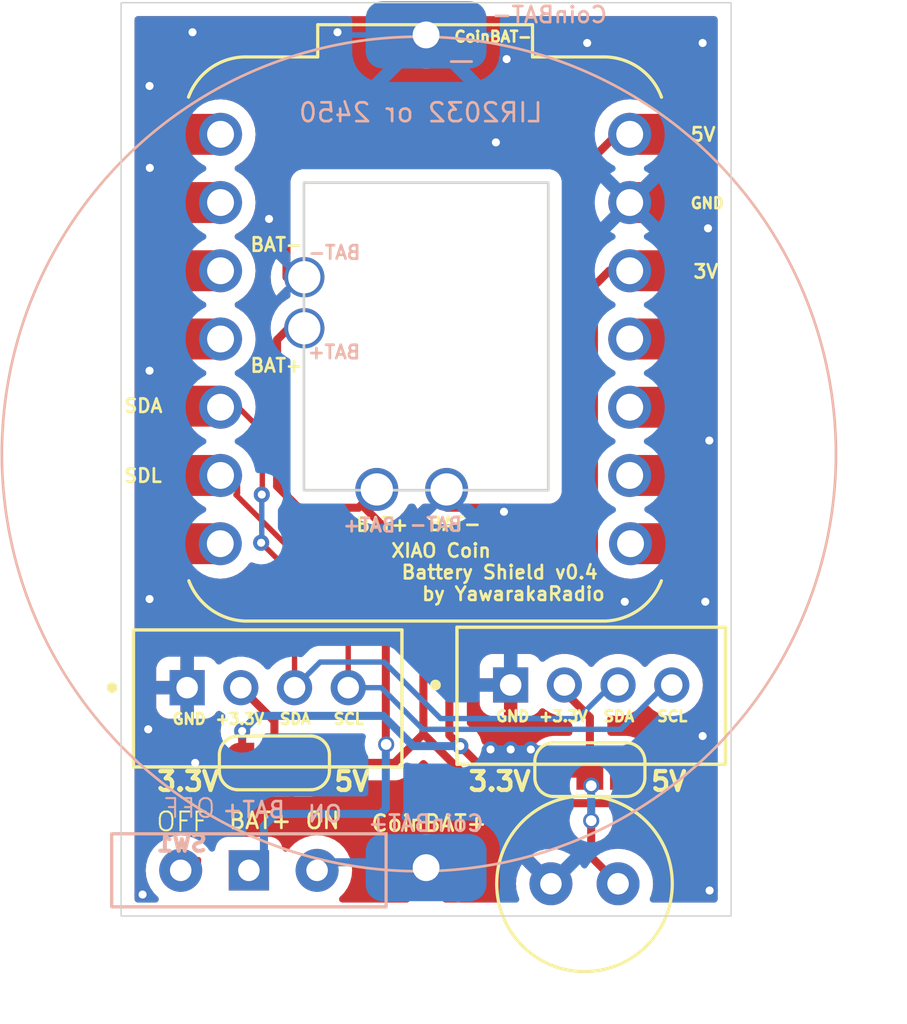
<source format=kicad_pcb>
(kicad_pcb (version 20240108) (generator "pcbnew") (generator_version "8.0")
  (layers (0 "F.Cu" signal) (31 "B.Cu" signal) (34 "B.Paste" user) (35 "F.Paste" user) (36 "B.SilkS" user "B.Silkscreen") (37 "F.SilkS" user "F.Silkscreen") (38 "B.Mask" user) (39 "F.Mask" user) (44 "Edge.Cuts" user))
  (net 0 "")
  (net 9 "GND")
  (net 10 "/SCL")
  (net 11 "/SDA")
  (net 13 "Net-(D1-K)")
  (net 14 "/+3.3V")
  (net 15 "/+5V")
  (net 16 "/Grove1_Vcc")
  (net 17 "/Grove2_Vcc")
  (net 18 "Net-(SW1-B)")
  (net 19 "/CoinBat+")
  (net 20 "unconnected-(SW1-A-Pad3)")
  (footprint "M5_ToF_XIAO_ESP32C3:SEEED_110990030" (layer "F.Cu") (at 156.7 93.2)
    (property "Reference" "J2" (hide yes))
    (property "Value" "110990030__Grove")
    (fp_line (start -5 -2.15) (end 5 -2.15) (stroke (width 0.127)) (layer "F.SilkS"))
    (fp_line (start -5 2.95) (end -5 -2.15) (stroke (width 0.127)) (layer "F.SilkS"))
    (fp_line (start 5 -2.15) (end 5 2.95) (stroke (width 0.127)) (layer "F.SilkS"))
    (fp_line (start 5 2.95) (end -5 2.95) (stroke (width 0.127)) (layer "F.SilkS"))
    (fp_circle (center -5.8 0) (end -5.7 0) (stroke (width 0.2)) (fill none) (layer "F.SilkS"))
    (fp_text user "SCL" (at 2.4 1.4 0) (layer "F.SilkS") (effects (font (size 0.4 0.4) (thickness 0.1)) (justify left bottom)))
    (fp_text user "GND" (at -3.6 1.4 0) (layer "F.SilkS") (effects (font (size 0.4 0.4) (thickness 0.1)) (justify left bottom)))
    (fp_text user "+3.3V" (at -2 1.4 0) (layer "F.SilkS") (effects (font (size 0.4 0.4) (thickness 0.1)) (justify left bottom)))
    (fp_text user "SDA" (at 0.4 1.4 0) (layer "F.SilkS") (effects (font (size 0.4 0.4) (thickness 0.1)) (justify left bottom)))
    (pad "1" thru_hole rect (at -3 0) (size 1.308 1.308) (drill 0.8) (layers "*.Cu" "*.Mask") (net 9 "GND"))
    (pad "2" thru_hole circle (at -1 0) (size 1.308 1.308) (drill 0.8) (layers "*.Cu" "*.Mask") (net 17 "/Grove2_Vcc"))
    (pad "3" thru_hole circle (at 1 0) (size 1.308 1.308) (drill 0.8) (layers "*.Cu" "*.Mask") (net 11 "/SDA"))
    (pad "4" thru_hole circle (at 3 0) (size 1.308 1.308) (drill 0.8) (layers "*.Cu" "*.Mask") (net 10 "/SCL"))
  )
  (footprint "Jumper:SolderJumper-3_P1.3mm_Bridged12_RoundedPad1.0x1.5mm_NumberLabels" (layer "F.Cu") (at 156.95 96)
    (property "Reference" "JP2" (hide yes))
    (property "Value" "SolderJumper_3_Bridged12")
    (fp_poly (pts (xy -0.9 -0.3) (xy -0.4 -0.3) (xy -0.4 0.3) (xy -0.9 0.3)) (fill solid) (layer "F.Cu"))
    (fp_line (start -2.05 0.3) (end -2.05 -0.3) (stroke (width 0.12)) (layer "F.SilkS"))
    (fp_line (start -1.4 -1) (end 1.4 -1) (stroke (width 0.12)) (layer "F.SilkS"))
    (fp_line (start 1.4 1) (end -1.4 1) (stroke (width 0.12)) (layer "F.SilkS"))
    (fp_line (start 2.05 -0.3) (end 2.05 0.3) (stroke (width 0.12)) (layer "F.SilkS"))
    (fp_arc (start -2.05 -0.3) (mid -1.844975 -0.794975) (end -1.35 -1) (stroke (width 0.12)) (layer "F.SilkS"))
    (fp_arc (start -1.35 1) (mid -1.844975 0.794975) (end -2.05 0.3) (stroke (width 0.12)) (layer "F.SilkS"))
    (fp_arc (start 1.35 -1) (mid 1.844975 -0.794975) (end 2.05 -0.3) (stroke (width 0.12)) (layer "F.SilkS"))
    (fp_arc (start 2.05 0.3) (mid 1.844975 0.794975) (end 1.35 1) (stroke (width 0.12)) (layer "F.SilkS"))
    (pad "1" smd custom (at -1.3 0) (size 1 0.5) (layers "F.Cu" "F.Mask") (net 14 "/+3.3V") (options (clearance outline) (anchor rect)) (primitives (gr_poly (pts (xy 0.55 0.75) (xy 0 0.75) (xy 0 -0.75) (xy 0.55 -0.75)) (width 0) (fill yes)) (gr_circle (center 0 0.25) (end 0.5 0.25) (width 0) (fill yes)) (gr_circle (center 0 -0.25) (end 0.5 -0.25) (width 0) (fill yes))))
    (pad "2" smd rect (at 0 0) (size 1 1.5) (layers "F.Cu" "F.Mask") (net 17 "/Grove2_Vcc"))
    (pad "3" smd custom (at 1.3 0) (size 1 0.5) (layers "F.Cu" "F.Mask") (net 15 "/+5V") (options (clearance outline) (anchor rect)) (primitives (gr_circle (center 0 0.25) (end 0.5 0.25) (width 0) (fill yes)) (gr_circle (center 0 -0.25) (end 0.5 -0.25) (width 0) (fill yes)) (gr_poly (pts (xy 0 0.75) (xy -0.55 0.75) (xy -0.55 -0.75) (xy 0 -0.75)) (width 0) (fill yes))))
  )
  (footprint "Capacitor_THT:C_Radial_D6.3mm_H7.0mm_P2.50mm" (layer "F.Cu") (at 167.25 100.5)
    (property "Reference" "C1" (hide yes))
    (property "Value" "C")
    (fp_circle (center 1.25 0) (end 4.52 0) (stroke (width 0.12)) (fill none) (layer "F.SilkS"))
    (pad "1" thru_hole circle (at 0 0) (size 1.6 1.6) (drill 0.8) (layers "*.Cu" "*.Mask") (net 9 "GND"))
    (pad "2" thru_hole circle (at 2.5 0) (size 1.6 1.6) (drill 0.8) (layers "*.Cu" "*.Mask") (net 16 "/Grove1_Vcc"))
  )
  (footprint "M5_ToF_XIAO_ESP32C3:SEEED_110990030" (layer "F.Cu") (at 168.75 93.1)
    (property "Reference" "J1" (hide yes))
    (property "Value" "110990030__Grove")
    (fp_line (start -5 -2.15) (end 5 -2.15) (stroke (width 0.127)) (layer "F.SilkS"))
    (fp_line (start -5 2.95) (end -5 -2.15) (stroke (width 0.127)) (layer "F.SilkS"))
    (fp_line (start 5 -2.15) (end 5 2.95) (stroke (width 0.127)) (layer "F.SilkS"))
    (fp_line (start 5 2.95) (end -5 2.95) (stroke (width 0.127)) (layer "F.SilkS"))
    (fp_circle (center -5.8 0) (end -5.7 0) (stroke (width 0.2)) (fill none) (layer "F.SilkS"))
    (fp_text user "SDA" (at 0.4 1.4 0) (layer "F.SilkS") (effects (font (size 0.4 0.4) (thickness 0.1)) (justify left bottom)))
    (fp_text user "+3.3V" (at -2 1.4 0) (layer "F.SilkS") (effects (font (size 0.4 0.4) (thickness 0.1)) (justify left bottom)))
    (fp_text user "GND" (at -3.6 1.4 0) (layer "F.SilkS") (effects (font (size 0.4 0.4) (thickness 0.1)) (justify left bottom)))
    (fp_text user "SCL" (at 2.4 1.4 0) (layer "F.SilkS") (effects (font (size 0.4 0.4) (thickness 0.1)) (justify left bottom)))
    (pad "1" thru_hole rect (at -3 0) (size 1.308 1.308) (drill 0.8) (layers "*.Cu" "*.Mask") (net 9 "GND"))
    (pad "2" thru_hole circle (at -1 0) (size 1.308 1.308) (drill 0.8) (layers "*.Cu" "*.Mask") (net 16 "/Grove1_Vcc"))
    (pad "3" thru_hole circle (at 1 0) (size 1.308 1.308) (drill 0.8) (layers "*.Cu" "*.Mask") (net 11 "/SDA"))
    (pad "4" thru_hole circle (at 3 0) (size 1.308 1.308) (drill 0.8) (layers "*.Cu" "*.Mask") (net 10 "/SCL"))
  )
  (footprint "Jumper:SolderJumper-3_P1.3mm_Bridged12_RoundedPad1.0x1.5mm_NumberLabels" (layer "F.Cu") (at 168.7 96.25)
    (property "Reference" "JP1" (hide yes))
    (property "Value" "SolderJumper_3_Bridged12")
    (fp_poly (pts (xy -0.9 -0.3) (xy -0.4 -0.3) (xy -0.4 0.3) (xy -0.9 0.3)) (fill solid) (layer "F.Cu"))
    (fp_line (start -2.05 0.3) (end -2.05 -0.3) (stroke (width 0.12)) (layer "F.SilkS"))
    (fp_line (start -1.4 -1) (end 1.4 -1) (stroke (width 0.12)) (layer "F.SilkS"))
    (fp_line (start 1.4 1) (end -1.4 1) (stroke (width 0.12)) (layer "F.SilkS"))
    (fp_line (start 2.05 -0.3) (end 2.05 0.3) (stroke (width 0.12)) (layer "F.SilkS"))
    (fp_arc (start -2.05 -0.3) (mid -1.844975 -0.794975) (end -1.35 -1) (stroke (width 0.12)) (layer "F.SilkS"))
    (fp_arc (start -1.35 1) (mid -1.844975 0.794975) (end -2.05 0.3) (stroke (width 0.12)) (layer "F.SilkS"))
    (fp_arc (start 1.35 -1) (mid 1.844975 -0.794975) (end 2.05 -0.3) (stroke (width 0.12)) (layer "F.SilkS"))
    (fp_arc (start 2.05 0.3) (mid 1.844975 0.794975) (end 1.35 1) (stroke (width 0.12)) (layer "F.SilkS"))
    (pad "1" smd custom (at -1.3 0) (size 1 0.5) (layers "F.Cu" "F.Mask") (net 14 "/+3.3V") (options (clearance outline) (anchor rect)) (primitives (gr_poly (pts (xy 0.55 0.75) (xy 0 0.75) (xy 0 -0.75) (xy 0.55 -0.75)) (width 0) (fill yes)) (gr_circle (center 0 0.25) (end 0.5 0.25) (width 0) (fill yes)) (gr_circle (center 0 -0.25) (end 0.5 -0.25) (width 0) (fill yes))))
    (pad "2" smd rect (at 0 0) (size 1 1.5) (layers "F.Cu" "F.Mask") (net 16 "/Grove1_Vcc"))
    (pad "3" smd custom (at 1.3 0) (size 1 0.5) (layers "F.Cu" "F.Mask") (net 15 "/+5V") (options (clearance outline) (anchor rect)) (primitives (gr_circle (center 0 0.25) (end 0.5 0.25) (width 0) (fill yes)) (gr_circle (center 0 -0.25) (end 0.5 -0.25) (width 0) (fill yes)) (gr_poly (pts (xy 0 0.75) (xy -0.55 0.75) (xy -0.55 -0.75) (xy 0 -0.75)) (width 0) (fill yes))))
  )
  (footprint "M5_ToF_XIAO_ESP32C3:XIAO_Seeed_ESP32C3_C6_BatteryHolder_v2.1" (layer "F.Cu") (at 162.564 80.22)
    (property "Reference" "U1" (hide yes))
    (property "Value" "XIAO-ESP32C3_C6" (hide yes))
    (fp_line (start -6.7 10.5) (end 6.7 10.5) (stroke (width 0.12)) (layer "F.SilkS"))
    (fp_line (start -4 -11.7) (end 4 -11.7) (stroke (width 0.12)) (layer "F.SilkS"))
    (fp_line (start -4 -10.5) (end -6.6 -10.5) (stroke (width 0.12)) (layer "F.SilkS"))
    (fp_line (start -4 -10.5) (end -4 -11.7) (stroke (width 0.12)) (layer "F.SilkS"))
    (fp_line (start 4 -11.7) (end 4 -10.5) (stroke (width 0.12)) (layer "F.SilkS"))
    (fp_line (start 6.6 -10.5) (end 4 -10.5) (stroke (width 0.12)) (layer "F.SilkS"))
    (fp_arc (start -8.812892 -9.00468) (mid -7.949609 -10.111769) (end -6.600468 -10.499999) (stroke (width 0.12)) (layer "F.SilkS"))
    (fp_arc (start -6.7 10.5) (mid -7.977232 10.068125) (end -8.8 9) (stroke (width 0.12)) (layer "F.SilkS"))
    (fp_arc (start 6.6 -10.499999) (mid 7.944325 -10.107115) (end 8.804034 -9.001464) (stroke (width 0.12)) (layer "F.SilkS"))
    (fp_arc (start 8.8 9) (mid 7.977233 10.068126) (end 6.7 10.5) (stroke (width 0.12)) (layer "F.SilkS"))
    (fp_text user "BAT+" (at -1.05 7.225 0) (layer "B.SilkS") (effects (font (size 0.5 0.5) (thickness 0.1)) (justify left bottom mirror)))
    (fp_text user "BAT-" (at 1.425 7.2 0) (layer "B.SilkS") (effects (font (size 0.5 0.5) (thickness 0.1)) (justify left bottom mirror)))
    (fp_text user "BAT+" (at -2.364 0.78 0) (layer "B.SilkS") (effects (font (size 0.5 0.5) (thickness 0.1)) (justify left bottom mirror)))
    (fp_text user "BAT-" (at -2.35 -2.925 0) (layer "B.SilkS") (effects (font (size 0.5 0.5) (thickness 0.1)) (justify left bottom mirror)))
    (fp_text user "BAT+" (at -2.625 7.2 0) (layer "F.SilkS") (effects (font (size 0.5 0.5) (thickness 0.1)) (justify left bottom)))
    (fp_text user "BAT-" (at 0.075 7.175 0) (layer "F.SilkS") (effects (font (size 0.5 0.5) (thickness 0.1)) (justify left bottom)))
    (fp_text user "BAT-" (at -6.564 -3.22 0) (layer "F.SilkS") (effects (font (size 0.5 0.5) (thickness 0.1)) (justify left bottom)))
    (fp_text user "BAT+" (at -6.564 1.28 0) (layer "F.SilkS") (effects (font (size 0.5 0.5) (thickness 0.1)) (justify left bottom)))
    (pad "" smd roundrect (at -8.43 -7.62) (size 2.286 1.524) (layers "F.Cu" "F.Paste" "F.Mask"))
    (pad "" smd roundrect (at -8.43 -5.08) (size 2.286 1.524) (layers "F.Cu" "F.Paste" "F.Mask"))
    (pad "" smd roundrect (at -8.43 -2.54) (size 2.286 1.524) (layers "F.Cu" "F.Paste" "F.Mask"))
    (pad "" smd roundrect (at -8.43 5.08) (size 2.286 1.524) (layers "F.Cu" "F.Paste" "F.Mask"))
    (pad "" smd roundrect (at -8.43 7.62) (size 2.286 1.524) (layers "F.Cu" "F.Paste" "F.Mask"))
    (pad "" smd roundrect (at -8.4 0) (size 2.286 1.524) (layers "F.Cu" "F.Paste" "F.Mask"))
    (pad "" smd roundrect (at -8.4 2.5) (size 2.286 1.524) (layers "F.Cu" "F.Paste" "F.Mask"))
    (pad "" smd roundrect (at 8.636 -7.62) (size 2.286 1.524) (layers "F.Cu" "F.Paste" "F.Mask"))
    (pad "" smd roundrect (at 8.636 -5.08) (size 2.286 1.524) (layers "F.Cu" "F.Paste" "F.Mask"))
    (pad "" smd roundrect (at 8.636 -2.54) (size 2.286 1.524) (layers "F.Cu" "F.Paste" "F.Mask"))
    (pad "" smd roundrect (at 8.636 0) (size 2.286 1.524) (layers "F.Cu" "F.Paste" "F.Mask"))
    (pad "" smd roundrect (at 8.636 2.54) (size 2.286 1.524) (layers "F.Cu" "F.Paste" "F.Mask"))
    (pad "" smd roundrect (at 8.636 5.08) (size 2.286 1.524) (layers "F.Cu" "F.Paste" "F.Mask"))
    (pad "" smd roundrect (at 8.636 7.62) (size 2.286 1.524) (layers "F.Cu" "F.Paste" "F.Mask"))
    (pad "1" thru_hole circle (at -7.62 -7.62) (size 1.6 1.6) (drill 1) (layers "*.Cu" "*.Mask"))
    (pad "2" thru_hole circle (at -7.62 -5.08) (size 1.6 1.6) (drill 1) (layers "*.Cu" "*.Mask"))
    (pad "3" thru_hole circle (at -7.62 -2.54) (size 1.6 1.6) (drill 1) (layers "*.Cu" "*.Mask"))
    (pad "4" thru_hole circle (at -7.62 0) (size 1.6 1.6) (drill 1) (layers "*.Cu" "*.Mask"))
    (pad "5" thru_hole circle (at -7.62 2.54) (size 1.6 1.6) (drill 1) (layers "*.Cu" "*.Mask") (net 11 "/SDA"))
    (pad "6" thru_hole circle (at -7.62 5.08) (size 1.6 1.6) (drill 1) (layers "*.Cu" "*.Mask") (net 10 "/SCL"))
    (pad "7" thru_hole circle (at -7.63 7.62) (size 1.6 1.6) (drill 1) (layers "*.Cu" "*.Mask"))
    (pad "8" thru_hole circle (at 7.65 7.62) (size 1.6 1.6) (drill 1) (layers "*.Cu" "*.Mask"))
    (pad "9" thru_hole circle (at 7.62 5.08) (size 1.6 1.6) (drill 1) (layers "*.Cu" "*.Mask"))
    (pad "10" thru_hole circle (at 7.62 2.54) (size 1.6 1.6) (drill 1) (layers "*.Cu" "*.Mask"))
    (pad "11" thru_hole circle (at 7.62 0) (size 1.6 1.6) (drill 1) (layers "*.Cu" "*.Mask"))
    (pad "12" thru_hole circle (at 7.62 -2.54) (size 1.6 1.6) (drill 1) (layers "*.Cu" "*.Mask") (net 14 "/+3.3V"))
    (pad "13" thru_hole circle (at 7.62 -5.08) (size 1.6 1.6) (drill 1) (layers "*.Cu" "*.Mask") (net 9 "GND"))
    (pad "14" thru_hole circle (at 7.62 -7.62) (size 1.6 1.6) (drill 1) (layers "*.Cu" "*.Mask") (net 15 "/+5V"))
    (pad "16" thru_hole circle (at -4.5 -2.3) (size 1.5 1.5) (drill 1.2) (layers "*.Cu" "*.Mask") (net 9 "GND"))
    (pad "17" thru_hole circle (at -4.5 -0.4) (size 1.5 1.5) (drill 1.2) (layers "*.Cu" "*.Mask") (net 18 "Net-(SW1-B)"))
    (pad "26" thru_hole circle (at -1.8 5.6) (size 1.6 1.6) (drill 1.2) (layers "*.Cu" "*.Mask") (net 18 "Net-(SW1-B)"))
    (pad "27" thru_hole circle (at 0.8 5.6) (size 1.6 1.6) (drill 1.2) (layers "*.Cu" "*.Mask") (net 9 "GND"))
  )
  (footprint "Button_Switch_THT:SW_Slide-03_Wuerth-WS-SLTV_10x2.5x6.4_P2.54mm" (layer "B.Cu") (at 156 100 180)
    (property "Reference" "SW1" (at 2.5 1 0) (layer "B.SilkS") (effects (font (size 0.6 0.6)) (justify mirror)))
    (property "Value" "MK-12D13G4-B")
    (fp_rect (start -5.11 1.36) (end 5.11 -1.36) (stroke (width 0.12)) (fill none) (layer "B.SilkS"))
    (pad "1" thru_hole rect (at 0 0 180) (size 1.5 1.5) (drill 0.8) (layers "*.Cu" "*.Mask") (net 18 "Net-(SW1-B)"))
    (pad "2" thru_hole circle (at -2.54 0 180) (size 1.6 1.6) (drill 0.8) (layers "*.Cu" "*.Mask") (net 19 "/CoinBat+"))
    (pad "3" thru_hole circle (at 2.54 0 180) (size 1.6 1.6) (drill 0.8) (layers "*.Cu" "*.Mask") (net 20 "unconnected-(SW1-A-Pad3)"))
  )
  (footprint "M5_ToF_XIAO_ESP32C3:2450_MYOUNG BS-24-B4AK014" (layer "B.Cu") (at 162.6 99.9 180)
    (property "Reference" "C4" (hide yes))
    (property "Value" "C" (hide yes))
    (fp_circle (center 0.26681 15.4) (end 13.06681 24.2) (stroke (width 0.1)) (fill none) (layer "B.SilkS"))
    (fp_text user "-" (at -2 29.5 0) (layer "B.SilkS") (effects (font (thickness 0.1)) (justify left bottom mirror)))
    (pad "1" thru_hole circle (at 0 0 180) (size 1.5 1.5) (drill 1) (layers "*.Cu" "*.Mask") (net 13 "Net-(D1-K)"))
    (pad "1" smd roundrect (at 0 0 90) (size 2.5 4.5) (layers "B.Cu" "B.Paste" "B.Mask") (net 13 "Net-(D1-K)"))
    (pad "2" thru_hole circle (at 0 31 180) (size 1.5 1.5) (drill 1) (layers "*.Cu" "*.Mask") (net 9 "GND"))
    (pad "2" smd roundrect (at 0 31 90) (size 2.5 4.5) (layers "B.Cu" "B.Paste" "B.Mask") (net 9 "GND"))
  )
  (gr_rect (start 151.24 67.7) (end 173.96 101.7) (stroke (width 0.05)) (fill none) (layer "Edge.Cuts"))
  (gr_rect (start 158.05 74.4) (end 167.15 85.85) (stroke (width 0.1)) (fill none) (layer "Edge.Cuts"))
  (gr_text "BAT+" (at 157.4 98.1 0) (layer "B.SilkS") (effects (font (size 0.6 0.6) (thickness 0.1) (bold yes)) (justify left bottom mirror)))
  (gr_text "LIR2032 or 2450" (at 167 72.2 0) (layer "B.SilkS") (effects (font (size 0.7 0.7) (thickness 0.1)) (justify left bottom mirror)))
  (gr_text "CoinBAT+" (at 164.8 98.6 0) (layer "B.SilkS") (effects (font (size 0.6 0.6) (thickness 0.1) (bold yes)) (justify left bottom mirror)))
  (gr_text "ON" (at 159.525 98.25 0) (layer "B.SilkS") (effects (font (size 0.6 0.6) (thickness 0.1) (bold yes)) (justify left bottom mirror)))
  (gr_text "CoinBAT-" (at 169.4 68.5 0) (layer "B.SilkS") (effects (font (size 0.6 0.6) (thickness 0.1) (bold yes)) (justify left bottom mirror)))
  (gr_text "OFF" (at 154.8 98.1 0) (layer "B.SilkS") (effects (font (size 0.7 0.7) (thickness 0.075) (bold yes)) (justify left bottom mirror)))
  (gr_text "XIAO Coin\n Battery Shield v0.4\n   by YawarakaRadio" (at 161.25 90 0) (layer "F.SilkS") (effects (font (size 0.5 0.5) (thickness 0.1)) (justify left bottom)))
  (gr_text "3.3V" (at 152.5 97.1 0) (layer "F.SilkS") (effects (font (size 0.7 0.7) (thickness 0.16) (bold yes)) (justify left bottom)))
  (gr_text "CoinBAT+" (at 160.5 98.6 0) (layer "F.SilkS") (effects (font (size 0.6 0.6) (thickness 0.1) (bold yes)) (justify left bottom)))
  (gr_text "5V" (at 172.4 72.9 0) (layer "F.SilkS") (effects (font (size 0.5 0.5) (thickness 0.1) (bold yes)) (justify left bottom)))
  (gr_text "OFF" (at 152.5 98.6 0) (layer "F.SilkS") (effects (font (size 0.7 0.7) (thickness 0.075) (bold yes)) (justify left bottom)))
  (gr_text "BAT+" (at 155.2 98.5 0) (layer "F.SilkS") (effects (font (size 0.6 0.6) (thickness 0.1) (bold yes)) (justify left bottom)))
  (gr_text "5V" (at 159.1 97.1 0) (layer "F.SilkS") (effects (font (size 0.7 0.7) (thickness 0.16) (bold yes)) (justify left bottom)))
  (gr_text "GND" (at 172.4 75.4 0) (layer "F.SilkS") (effects (font (size 0.4 0.4) (thickness 0.1) (bold yes)) (justify left bottom)))
  (gr_text "SDA" (at 151.3 83 0) (layer "F.SilkS") (effects (font (size 0.5 0.5) (thickness 0.1) (bold yes)) (justify left bottom)))
  (gr_text "CoinBAT-" (at 163.6 69.2 0) (layer "F.SilkS") (effects (font (size 0.4 0.4) (thickness 0.1) (bold yes)) (justify left bottom)))
  (gr_text "ON" (at 158.05 98.5 0) (layer "F.SilkS") (effects (font (size 0.6 0.6) (thickness 0.1) (bold yes)) (justify left bottom)))
  (gr_text "3.3V" (at 164.1 97.1 0) (layer "F.SilkS") (effects (font (size 0.7 0.7) (thickness 0.16) (bold yes)) (justify left bottom)))
  (gr_text "5V" (at 170.9 97.1 0) (layer "F.SilkS") (effects (font (size 0.7 0.7) (thickness 0.16) (bold yes)) (justify left bottom)))
  (gr_text "SDL" (at 151.3 85.6 0) (layer "F.SilkS") (effects (font (size 0.5 0.5) (thickness 0.1) (bold yes)) (justify left bottom)))
  (gr_text "3V" (at 172.5 78 0) (layer "F.SilkS") (effects (font (size 0.5 0.5) (thickness 0.1) (bold yes)) (justify left bottom)))
  (segment (start 157.4 76.4) (end 157.4 77.92) (width 0.3) (layer "F.Cu") (net 9))
  (segment (start 165.35 86.5) (end 163.364 86.5) (width 0.3) (layer "F.Cu") (net 9))
  (segment (start 165.3 93.2) (end 165.05 92.95) (width 0.2) (layer "F.Cu") (net 9))
  (segment (start 165.5 86.65) (end 165.35 86.5) (width 0.3) (layer "F.Cu") (net 9))
  (segment (start 156.75 75.75) (end 157.4 76.4) (width 0.3) (layer "F.Cu") (net 9))
  (via (at 152.25 94.75) (size 0.6) (drill 0.3) (layers "F.Cu" "B.Cu") (net 9))
  (via (at 153.9 68.8) (size 0.6) (drill 0.3) (layers "F.Cu" "B.Cu") (net 9))
  (via (at 173.1 76.1) (size 0.6) (drill 0.3) (layers "F.Cu" "B.Cu") (net 9))
  (via (at 166.5 95.5) (size 0.6) (drill 0.3) (layers "F.Cu" "B.Cu") (net 9))
  (via (at 165.75 95.5) (size 0.6) (drill 0.3) (layers "F.Cu" "B.Cu") (net 9))
  (via (at 165.5 86.65) (size 0.6) (drill 0.3) (layers "F.Cu" "B.Cu") (net 9))
  (via (at 168.6 69.2) (size 0.6) (drill 0.3) (layers "F.Cu" "B.Cu") (net 9))
  (via (at 172.9 95) (size 0.6) (drill 0.3) (layers "F.Cu" "B.Cu") (net 9))
  (via (at 152.3 81.4) (size 0.6) (drill 0.3) (layers "F.Cu" "B.Cu") (net 9))
  (via (at 165.2 72.9) (size 0.6) (drill 0.3) (layers "F.Cu" "B.Cu") (net 9))
  (via (at 152.04 100.9) (size 0.6) (drill 0.3) (layers "F.Cu" "B.Cu") (net 9))
  (via (at 170 90) (size 0.6) (drill 0.3) (layers "F.Cu" "B.Cu") (net 9))
  (via (at 152.3 89.9) (size 0.6) (drill 0.3) (layers "F.Cu" "B.Cu") (net 9))
  (via (at 173.16 100.75) (size 0.6) (drill 0.3) (layers "F.Cu" "B.Cu") (net 9))
  (via (at 156.75 75.75) (size 0.6) (drill 0.3) (layers "F.Cu" "B.Cu") (net 9))
  (via (at 173 90) (size 0.6) (drill 0.3) (layers "F.Cu" "B.Cu") (net 9))
  (via (at 173.15 84) (size 0.6) (drill 0.3) (layers "F.Cu" "B.Cu") (net 9))
  (via (at 165 95.5) (size 0.6) (drill 0.3) (layers "F.Cu" "B.Cu") (net 9))
  (via (at 152.31 73.85) (size 0.6) (drill 0.3) (layers "F.Cu" "B.Cu") (net 9))
  (via (at 152.3 70.8) (size 0.6) (drill 0.3) (layers "F.Cu" "B.Cu") (net 9))
  (via (at 172.9 69.2) (size 0.6) (drill 0.3) (layers "F.Cu" "B.Cu") (net 9))
  (via (at 165.6 69.8) (size 0.6) (drill 0.3) (layers "F.Cu" "B.Cu") (net 9))
  (via (at 154 96) (size 0.6) (drill 0.3) (layers "F.Cu" "B.Cu") (net 9))
  (via (at 159.3 68.8) (size 0.6) (drill 0.3) (layers "F.Cu" "B.Cu") (net 9))
  (segment (start 162.6 68.9) (end 165.6 68.9) (width 0.2) (layer "B.Cu") (net 9))
  (segment (start 165.6 68.9) (end 159.8 68.9) (width 0.2) (layer "B.Cu") (net 9))
  (segment (start 155.577 85.96308) (end 155.577 85.3) (width 0.2) (layer "F.Cu") (net 10))
  (segment (start 159.7 90.2) (end 155.52004 86.02004) (width 0.2) (layer "F.Cu") (net 10))
  (segment (start 155.52004 86.02004) (end 155.577 85.96308) (width 0.2) (layer "F.Cu") (net 10))
  (segment (start 159.7 93.2) (end 159.7 90.2) (width 0.2) (layer "F.Cu") (net 10))
  (segment (start 159.7 93.2) (end 160.931445 93.2) (width 0.2) (layer "B.Cu") (net 10))
  (segment (start 169.85 94.75) (end 171.5 93.1) (width 0.2) (layer "B.Cu") (net 10))
  (segment (start 160.931445 93.2) (end 162.481445 94.75) (width 0.2) (layer "B.Cu") (net 10))
  (segment (start 162.481445 94.75) (end 169.85 94.75) (width 0.2) (layer "B.Cu") (net 10))
  (segment (start 156.5 83.653) (end 155.607 82.76) (width 0.2) (layer "F.Cu") (net 11))
  (segment (start 156.456433 87.804965) (end 157.7 89.048532) (width 0.2) (layer "F.Cu") (net 11))
  (segment (start 156.5 86) (end 156.5 83.653) (width 0.2) (layer "F.Cu") (net 11))
  (segment (start 157.7 89.048532) (end 157.7 93.2) (width 0.2) (layer "F.Cu") (net 11))
  (via (at 156.479367 86.011254) (size 0.6) (drill 0.3) (layers "F.Cu" "B.Cu") (net 11))
  (via (at 156.456433 87.804965) (size 0.6) (drill 0.3) (layers "F.Cu" "B.Cu") (net 11))
  (segment (start 156.479367 87.782031) (end 156.479367 86.011254) (width 0.2) (layer "B.Cu") (net 11))
  (segment (start 157.7 93.2) (end 158.654 92.246) (width 0.2) (layer "B.Cu") (net 11))
  (segment (start 156.456433 87.804965) (end 156.479367 87.782031) (width 0.2) (layer "B.Cu") (net 11))
  (segment (start 163.143079 94.35) (end 168.25 94.35) (width 0.2) (layer "B.Cu") (net 11))
  (segment (start 161.039079 92.246) (end 163.143079 94.35) (width 0.2) (layer "B.Cu") (net 11))
  (segment (start 168.25 94.35) (end 169.5 93.1) (width 0.2) (layer "B.Cu") (net 11))
  (segment (start 158.654 92.246) (end 161.039079 92.246) (width 0.2) (layer "B.Cu") (net 11))
  (segment (start 162.3 99.6) (end 162.6 99.9) (width 0.2) (layer "F.Cu") (net 13))
  (segment (start 162.4 99.7) (end 162.6 99.9) (width 0.3) (layer "B.Cu") (net 13))
  (segment (start 163.8 101.1) (end 162.6 99.9) (width 0.2) (layer "B.Cu") (net 13))
  (segment (start 159.1 99.7) (end 162.4 99.7) (width 0.3) (layer "B.Cu") (net 13))
  (segment (start 162.6 99.9) (end 163.65 100.95) (width 0.2) (layer "B.Cu") (net 13))
  (segment (start 155.75 95.9) (end 155.65 96) (width 0.3) (layer "F.Cu") (net 14))
  (segment (start 168.45 90.75) (end 168.851645 90.348355) (width 0.3) (layer "F.Cu") (net 14))
  (segment (start 164.75 90.75) (end 168.45 90.75) (width 0.3) (layer "F.Cu") (net 14))
  (segment (start 168.851645 78.248355) (end 169.42 77.68) (width 0.3) (layer "F.Cu") (net 14))
  (segment (start 168.851645 90.348355) (end 168.851645 78.248355) (width 0.3) (layer "F.Cu") (net 14))
  (segment (start 163.875 95.375) (end 164.75 96.25) (width 0.3) (layer "F.Cu") (net 14))
  (segment (start 169.42 77.68) (end 169.707 77.68) (width 0.3) (layer "F.Cu") (net 14))
  (segment (start 164.75 96.25) (end 167.4 96.25) (width 0.3) (layer "F.Cu") (net 14))
  (segment (start 163.875 95.375) (end 163.466941 94.966941) (width 0.3) (layer "F.Cu") (net 14))
  (segment (start 163.466941 94.966941) (end 163.466941 92.033059) (width 0.3) (layer "F.Cu") (net 14))
  (segment (start 155.75 94.813165) (end 155.75 95.9) (width 0.3) (layer "F.Cu") (net 14))
  (segment (start 163.466941 92.033059) (end 164.75 90.75) (width 0.3) (layer "F.Cu") (net 14))
  (via (at 163.875 95.375) (size 0.6) (drill 0.3) (layers "F.Cu" "B.Cu") (net 14))
  (via (at 155.75 94.813165) (size 0.6) (drill 0.3) (layers "F.Cu" "B.Cu") (net 14))
  (segment (start 155.75 94.813165) (end 156.313165 94.25) (width 0.3) (layer "B.Cu") (net 14))
  (segment (start 156.313165 94.25) (end 161 94.25) (width 0.3) (layer "B.Cu") (net 14))
  (segment (start 162.125 95.375) (end 163.875 95.375) (width 0.3) (layer "B.Cu") (net 14))
  (segment (start 161 94.25) (end 162.125 95.375) (width 0.3) (layer "B.Cu") (net 14))
  (segment (start 162.5 94.919239) (end 161.419239 96) (width 0.3) (layer "F.Cu") (net 15))
  (segment (start 168 74.307) (end 169.707 72.6) (width 0.3) (layer "F.Cu") (net 15))
  (segment (start 161.419239 96) (end 158.25 96) (width 0.3) (layer "F.Cu") (net 15))
  (segment (start 168 89.678605) (end 168 74.307) (width 0.3) (layer "F.Cu") (net 15))
  (segment (start 162.5 91.75) (end 164.183447 90.066553) (width 0.3) (layer "F.Cu") (net 15))
  (segment (start 164.183447 90.066553) (end 167.612052 90.066553) (width 0.3) (layer "F.Cu") (net 15))
  (segment (start 162.5 92.5) (end 162.5 91.75) (width 0.3) (layer "F.Cu") (net 15))
  (segment (start 169.4 97.5) (end 165.080761 97.5) (width 0.3) (layer "F.Cu") (net 15))
  (segment (start 162.5 94.919239) (end 162.5 92.5) (width 0.3) (layer "F.Cu") (net 15))
  (segment (start 167.612052 90.066553) (end 168 89.678605) (width 0.3) (layer "F.Cu") (net 15))
  (segment (start 169.75 96) (end 169.75 97.15) (width 0.3) (layer "F.Cu") (net 15))
  (segment (start 169.75 97.15) (end 169.4 97.5) (width 0.3) (layer "F.Cu") (net 15))
  (segment (start 165.080761 97.5) (end 162.5 94.919239) (width 0.3) (layer "F.Cu") (net 15))
  (segment (start 168.7 96.25) (end 168.7 96.8) (width 0.3) (layer "F.Cu") (net 16))
  (segment (start 168.7 94.3) (end 167.5 93.1) (width 0.3) (layer "F.Cu") (net 16))
  (segment (start 168.7 96.25) (end 168.7 94.3) (width 0.3) (layer "F.Cu") (net 16))
  (segment (start 168.75 99.5) (end 169.75 100.5) (width 0.3) (layer "F.Cu") (net 16))
  (segment (start 168.75 98.15) (end 168.75 99.5) (width 0.3) (layer "F.Cu") (net 16))
  (segment (start 168.7 96.8) (end 168.75 96.85) (width 0.3) (layer "F.Cu") (net 16))
  (via (at 168.75 96.85) (size 0.6) (drill 0.4) (layers "F.Cu" "B.Cu") (net 16))
  (via (at 168.75 98.15) (size 0.6) (drill 0.4) (layers "F.Cu" "B.Cu") (net 16))
  (segment (start 168.75 98.15) (end 168.75 96.85) (width 0.3) (layer "B.Cu") (net 16))
  (segment (start 156.95 95.75) (end 156.95 94.45) (width 0.3) (layer "F.Cu") (net 17))
  (segment (start 157.2 96) (end 156.95 95.75) (width 0.3) (layer "F.Cu") (net 17))
  (segment (start 156.95 94.45) (end 155.7 93.2) (width 0.3) (layer "F.Cu") (net 17))
  (segment (start 160.084 86.5) (end 160.410447 86.173553) (width 0.3) (layer "F.Cu") (net 18))
  (segment (start 157.05 80.25) (end 157.05 85.7) (width 0.3) (layer "F.Cu") (net 18))
  (segment (start 161.1 87.291147) (end 161.1 95.2) (width 0.3) (layer "F.Cu") (net 18))
  (segment (start 157.48 79.82) (end 157.05 80.25) (width 0.3) (layer "F.Cu") (net 18))
  (segment (start 157.85 86.5) (end 160.084 86.5) (width 0.3) (layer "F.Cu") (net 18))
  (segment (start 158.064 79.82) (end 157.48 79.82) (width 0.3) (layer "F.Cu") (net 18))
  (segment (start 157.05 85.7) (end 157.85 86.5) (width 0.3) (layer "F.Cu") (net 18))
  (segment (start 160.27854 86.30546) (end 160.27854 86.469687) (width 0.3) (layer "F.Cu") (net 18))
  (segment (start 160.27854 86.469687) (end 161.1 87.291147) (width 0.3) (layer "F.Cu") (net 18))
  (segment (start 160.764 85.82) (end 160.27854 86.30546) (width 0.3) (layer "F.Cu") (net 18))
  (via (at 161.113342 95.313165) (size 0.6) (drill 0.4) (layers "F.Cu" "B.Cu") (net 18))
  (segment (start 160.9 97.9) (end 157 97.9) (width 0.3) (layer "B.Cu") (net 18))
  (segment (start 157 97.9) (end 156.56 98.34) (width 0.3) (layer "B.Cu") (net 18))
  (segment (start 161.1 95.2) (end 161.1 97.7) (width 0.3) (layer "B.Cu") (net 18))
  (segment (start 161.127079 95.227079) (end 161.1 95.2) (width 0.3) (layer "B.Cu") (net 18))
  (segment (start 161.1 97.7) (end 160.9 97.9) (width 0.3) (layer "B.Cu") (net 18))
  (segment (start 156.56 98.34) (end 156.56 99.7) (width 0.3) (layer "B.Cu") (net 18))
  (segment (start 154.12 99.6) (end 154.12 99.91) (width 0.2) (layer "F.Cu") (net 20))
  (zone (net 9) (net_name "GND") (layers "F&B.Cu") (connect_pads (clearance 0.5)) (min_thickness 0.25) (fill yes (thermal_gap 0.5) (thermal_bridge_width 0.5))
    (polygon (pts (xy 151.24 67.7) (xy 173.96 67.7) (xy 173.96 101.39) (xy 151.24 101.4)))
  )
)
</source>
